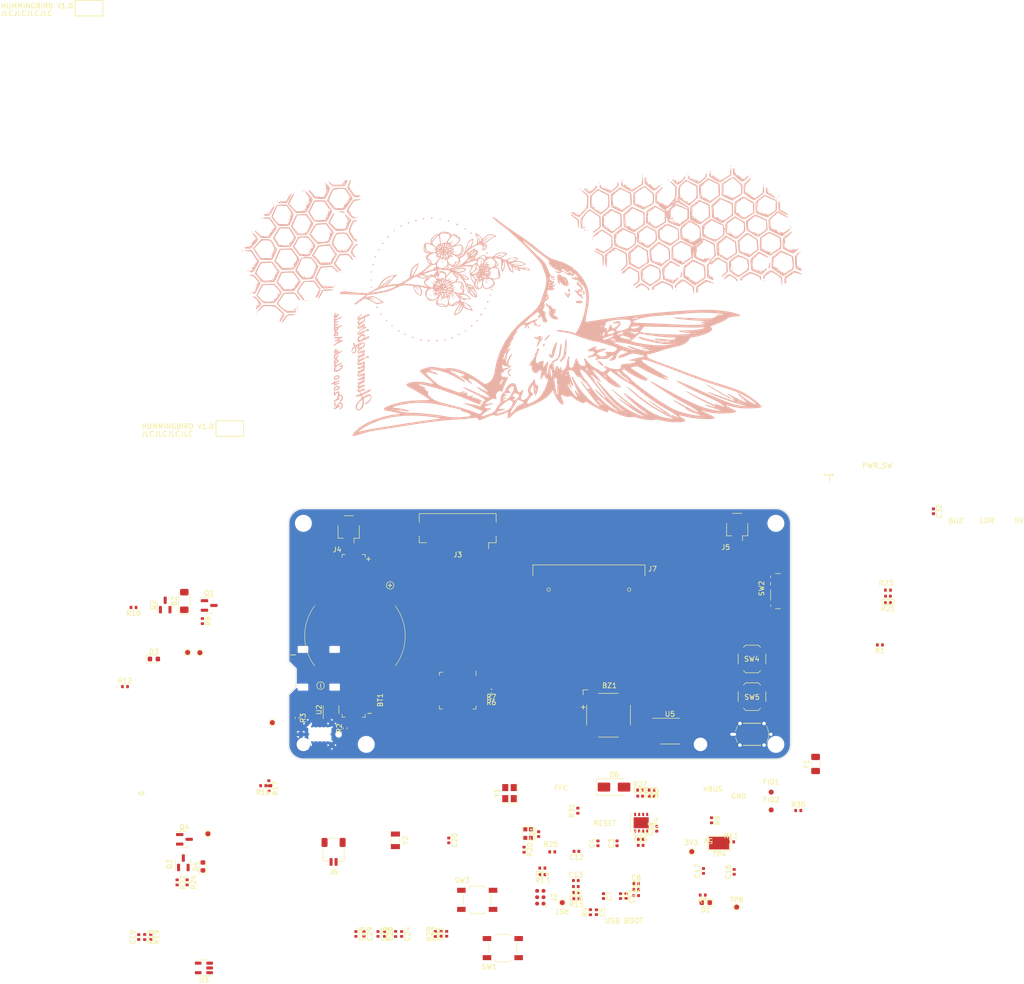
<source format=kicad_pcb>
(kicad_pcb (version 20221018) (generator pcbnew)
  (layers (0 "F.Cu" signal) (31 "B.Cu" signal) (34 "B.Paste" user) (35 "F.Paste" user) (36 "B.SilkS" user "B.Silkscreen") (37 "F.SilkS" user "F.Silkscreen") (38 "B.Mask" user) (39 "F.Mask" user) (44 "Edge.Cuts" user))
  (net 0 "")
  (net 1 "+3V3")
  (net 2 "GND")
  (net 3 "Net-(BT1-+)")
  (net 4 "+5V")
  (net 5 "BUTTON_0")
  (net 6 "BUTTON_1")
  (net 7 "Net-(J6-Pin_2)")
  (net 8 "GPIO26_ADC0_LDR")
  (net 9 "Net-(D3-A)")
  (net 10 "Net-(D4-A)")
  (net 11 "Net-(F1-Pad1)")
  (net 12 "VBUS")
  (net 13 "PPS")
  (net 14 "GPIO11")
  (net 15 "GPIO2")
  (net 16 "GPIO3")
  (net 17 "Net-(R1-Pad1)")
  (net 18 "I2C_SDA")
  (net 19 "I2C_SCL")
  (net 21 "PWR_OFF_SW_N")
  (net 23 "GPIO4")
  (net 24 "GPIO5")
  (net 25 "WS2812_RGB_LED")
  (net 26 "GPIO6")
  (net 27 "GPIO7")
  (net 28 "GPIO8")
  (net 29 "GPIO9")
  (net 30 "GPIO10")
  (net 31 "GPIO27_ADC1")
  (net 32 "GPIO28_ADC2")
  (net 33 "Net-(J1-CC1)")
  (net 35 "Net-(J1-CC2)")
  (net 37 "/CONNS & PERIPHERALS/BUZZER_HIGH")
  (net 38 "/CONNS & PERIPHERALS/BUZZER_LOW")
  (net 39 "/RP2040 & USB/~{RESET}")
  (net 40 "Net-(U1-VREG_VOUT)")
  (net 41 "Net-(U1-XIN)")
  (net 42 "Net-(U1-XOUT)")
  (net 43 "/CONNS & PERIPHERALS/OLED_RST")
  (net 44 "Net-(J7-Pin_27)")
  (net 45 "Net-(J7-Pin_3)")
  (net 46 "Net-(J7-Pin_2)")
  (net 47 "Net-(J7-Pin_5)")
  (net 48 "Net-(J7-Pin_4)")
  (net 49 "Net-(J7-Pin_28)")
  (net 50 "Net-(D1-A)")
  (net 51 "Net-(D2-K)")
  (net 52 "Net-(D2-A)")
  (net 53 "/CONNS & PERIPHERALS/WS2812_DOUT")
  (net 54 "/RP2040 & USB/USB_D-")
  (net 55 "/RP2040 & USB/USB_D+")
  (net 56 "/RP2040 & USB/PROG1")
  (net 58 "Net-(Q3-G)")
  (net 59 "Net-(Q4-D)")
  (net 60 "/RP2040 & USB/GPIO25_LED")
  (net 61 "/RP2040 & USB/D-")
  (net 62 "/RP2040 & USB/D+")
  (net 63 "/RP2040 & USB/~{QSPI_CS}")
  (net 64 "/RP2040 & USB/USBBOOT")
  (net 66 "/RP2040 & USB/PROG2")
  (net 67 "Net-(R18-Pad1)")
  (net 68 "Net-(D5-DIN)")
  (net 69 "Net-(R24-Pad1)")
  (net 70 "Net-(J7-Pin_26)")
  (net 71 "/RP2040 & USB/UART0_TX")
  (net 72 "/RP2040 & USB/UART0_RX")
  (net 74 "/RP2040 & USB/QSPI_SD1")
  (net 75 "/RP2040 & USB/QSPI_SD2")
  (net 76 "/RP2040 & USB/QSPI_SD0")
  (net 77 "Net-(U5-X1)")
  (net 78 "Net-(U5-X2)")
  (net 79 "/RP2040 & USB/SWCLK")
  (net 80 "/RP2040 & USB/SWDIO")
  (net 81 "GPIO12_PPS")
  (net 82 "GPIO13_WS2812_RGB_LED")
  (net 83 "GPIO14_BUTTON_0")
  (net 84 "GPIO15_BUTTON_1")
  (net 85 "GPIO18")
  (net 86 "GPIO19")
  (net 87 "GPIO20")
  (net 88 "GPIO21")
  (net 89 "GPIO22")
  (net 90 "GPIO23")
  (net 91 "GPIO24")
  (net 92 "GPIO29_ADC3")
  (net 93 "/RP2040 & USB/QSPI_SD3")
  (net 94 "/RP2040 & USB/QSPI_SCLK")
  (footprint "Button_Switch_SMD:SW_SPST_TL3342" (layer "F.Cu") (at 87.575 177.95)
    (fp_text reference "SW3")
    (fp_text value "TS-1187A-B-A-B")
  )
  (footprint "Resistor_SMD:R_0402_1005Metric" (layer "F.Cu") (at 122.29 156.1 180)
    (fp_text reference "R28")
    (fp_text value "10k")
  )
  (footprint "stride_footprints:WS2812B-2020" (layer "F.Cu") (at 97.7 164.7625 -90)
    (fp_text reference "D5" hide)
    (fp_text value "WS2812B-2020" hide)
  )
  (footprint "Resistor_SMD:R_0402_1005Metric" (layer "F.Cu") (at 90.4 137.5 180)
    (fp_text reference "R6")
    (fp_text value "22")
  )
  (footprint "Connector_JST:JST_SH_SM02B-SRSS-TB_1x02-1MP_P1.00mm_Horizontal" (layer "F.Cu") (at 59 168.4 180)
    (fp_text reference "J6")
    (fp_text value "5V")
  )
  (footprint "stride_footprints:R_0402_1005Metric_3pad" (layer "F.Cu") (at 46.125 154.735 -90)
    (fp_text reference "R17")
    (fp_text value "0")
  )
  (footprint "Capacitor_SMD:C_0402_1005Metric" (layer "F.Cu") (at 119.2 174.7)
    (fp_text reference "C8")
    (fp_text value "1u")
  )
  (footprint "Resistor_SMD:R_0402_1005Metric" (layer "F.Cu") (at 17.5 135.5)
    (fp_text reference "R12")
    (fp_text value "2.2k")
  )
  (footprint "Resistor_SMD:R_0402_1005Metric" (layer "F.Cu") (at 107.6 160.2 90)
    (fp_text reference "R31")
    (fp_text value "330k")
  )
  (footprint "stride_footprints:USB-C-16p_vertical_GT-USB-7051A" (layer "F.Cu") (at 146 145 180)
    (fp_text reference "J1" hide)
    (fp_text value "USB_C_Receptacle_USB2.0" hide)
  )
  (footprint "TestPoint:TestPoint_Pad_D1.0mm" (layer "F.Cu") (at 34 164.8 -90)
    (fp_text reference "TP2" hide)
    (fp_text value "GND")
  )
  (footprint "Resistor_SMD:R_0402_1005Metric" (layer "F.Cu") (at 71.34 184.7375 90)
    (fp_text reference "R26")
    (fp_text value "10k")
  )
  (footprint "LED_SMD:LED_0603_1608Metric" (layer "F.Cu") (at 133.05 178.5 180)
    (fp_text reference "D1")
    (fp_text value "LED")
  )
  (footprint "Resistor_SMD:R_0402_1005Metric" (layer "F.Cu") (at 96.9 167.9625 -90)
    (fp_text reference "R20")
    (fp_text value "10k")
  )
  (footprint "Capacitor_SMD:C_0402_1005Metric" (layer "F.Cu") (at 120.12 165.9)
    (fp_text reference "C14")
    (fp_text value "0.1u")
  )
  (footprint "Capacitor_SMD:C_0402_1005Metric" (layer "F.Cu") (at 138.7 172.38 90)
    (fp_text reference "C16")
    (fp_text value "4.7u")
  )
  (footprint "Resistor_SMD:R_0402_1005Metric" (layer "F.Cu") (at 138.1 166.4)
    (fp_text reference "R11")
    (fp_text value "1k")
  )
  (footprint "Capacitor_SMD:C_0402_1005Metric" (layer "F.Cu") (at 111.6 166.7 90)
    (fp_text reference "C4")
    (fp_text value "0.1u")
  )
  (footprint "Package_TO_SOT_SMD:SOT-23" (layer "F.Cu") (at 29.105 170.57 90)
    (fp_text reference "Q3")
    (fp_text value "AO3400A")
  )
  (footprint "stride_footprints:R_0402_1005Metric_3pad" (layer "F.Cu") (at 46.015 155.225 180)
    (fp_text reference "R16")
    (fp_text value "0")
  )
  (footprint "Capacitor_SMD:C_0402_1005Metric" (layer "F.Cu") (at 67.84 184.7375 -90)
    (fp_text reference "C26")
    (fp_text value "1u")
  )
  (footprint "Connector_FFC-FPC:Hirose_FH12-24S-0.5SH_1x24-1MP_P0.50mm_Horizontal" (layer "F.Cu") (at 83.7 105.55 180)
    (fp_text reference "J3")
    (fp_text value "FFC 24")
  )
  (footprint "Capacitor_SMD:C_0402_1005Metric" (layer "F.Cu") (at 112.7 177.2 -90)
    (fp_text reference "C7")
    (fp_text value "0.1u")
  )
  (footprint "Resistor_SMD:R_0402_1005Metric" (layer "F.Cu") (at 169.3 116.3)
    (fp_text reference "R23")
    (fp_text value "10k")
  )
  (footprint "Package_SO:SOIC-8_3.9x4.9mm_P1.27mm" (layer "F.Cu") (at 125.925 144.365)
    (fp_text reference "U5")
    (fp_text value "DS1307Z+")
  )
  (footprint "Resistor_SMD:R_0402_1005Metric" (layer "F.Cu") (at 79.24 184.7375 90)
    (fp_text reference "R29")
    (fp_text value "10k")
  )
  (footprint "Resistor_SMD:R_0402_1005Metric" (layer "F.Cu") (at 134.2 162.11 -90)
    (fp_text reference "R9")
    (fp_text value "10k")
  )
  (footprint "Package_TO_SOT_SMD:SOT-23" (layer "F.Cu") (at 29.325 165.9)
    (fp_text reference "Q4")
    (fp_text value "2N7002")
  )
  (footprint "Capacitor_SMD:C_0402_1005Metric" (layer "F.Cu") (at 107.2 175.3 180)
    (fp_text reference "C6")
    (fp_text value "0.1u")
  )
  (footprint "Resistor_SMD:R_0402_1005Metric" (layer "F.Cu") (at 107.3 177.7 180)
    (fp_text reference "R15")
    (fp_text value "300")
  )
  (footprint "Connector:Tag-Connect_TC2030-IDC-NL_2x03_P1.27mm_Vertical" (layer "F.Cu") (at 100.135 177.43 90)
    (fp_text reference "J2")
    (fp_text value "PROG")
  )
  (footprint "Resistor_SMD:R_0402_1005Metric" (layer "F.Cu") (at 120 156.1)
    (fp_text reference "R27")
    (fp_text value "10k")
  )
  (footprint "TestPoint:TestPoint_Pad_D1.0mm" (layer "F.Cu") (at 139.2 179.4)
    (fp_text reference "TP8")
    (fp_text value "5V")
  )
  (footprint "TestPoint:TestPoint_Pad_D1.0mm" (layer "F.Cu") (at 130.2625 168.35 180)
    (fp_text reference "TP7" hide)
    (fp_text value "3V3")
  )
  (footprint "Diode_SMD:D_SMA" (layer "F.Cu") (at 114.8 155.5)
    (fp_text reference "D6")
    (fp_text value "SS14")
  )
  (footprint "Crystal:Crystal_SMD_3225-4Pin_3.2x2.5mm" (layer "F.Cu") (at 94 156.7 90)
    (fp_text reference "Y1")
    (fp_text value "XYDBPCNANF-12MHZ")
  )
  (footprint "TestPoint:TestPoint_Pad_D1.0mm" (layer "F.Cu") (at 29.9625 128.7 90)
    (fp_text reference "TP6" hide)
    (fp_text value "5V")
  )
  (footprint "Capacitor_SMD:C_0402_1005Metric" (layer "F.Cu") (at 116.1 177.2 -90)
    (fp_text reference "C9")
    (fp_text value "0.1u")
  )
  (footprint "Capacitor_SMD:C_0402_1005Metric" (layer "F.Cu") (at 63.44 184.7375 -90)
    (fp_text reference "C28")
    (fp_text value "2.2u")
  )
  (footprint "Capacitor_SMD:C_0402_1005Metric" (layer "F.Cu") (at 120.1 167.1)
    (fp_text reference "C15")
    (fp_text value "0.1u")
  )
  (footprint "Capacitor_SMD:C_0402_1005Metric" (layer "F.Cu") (at 81.5 184.7075 90)
    (fp_text reference "C31")
    (fp_text value "4.7u")
  )
  (footprint "Capacitor_SMD:C_0402_1005Metric" (layer "F.Cu") (at 119.2 177.1)
    (fp_text reference "C2")
    (fp_text value "1u")
  )
  (footprint "TestPoint:TestPoint_Pad_D1.0mm" (layer "F.Cu") (at 32.4 128.75 180)
    (fp_text reference "TP5" hide)
    (fp_text value "5V")
  )
  (footprint "Fiducial:Fiducial_1mm_Mask2mm" (layer "F.Cu") (at 146.0675 156.5)
    (fp_text reference "FID1")
    (fp_text value "Fiducial")
  )
  (footprint "stride_footprints:JLC_Tooling_Hole" (layer "F.Cu") (at 148.9185 157.953)
    (fp_text reference "H2" hide)
    (fp_text value "Tooling_Hole_JLC")
  )
  (footprint "Capacitor_SMD:C_0402_1005Metric" (layer "F.Cu") (at 80.4 184.7075 90)
    (fp_text reference "C27")
    (fp_text value "1u")
  )
  (footprint "Capacitor_SMD:C_0402_1005Metric" (layer "F.Cu") (at 69.14 184.7375 -90)
    (fp_text reference "C23")
    (fp_text value "0.1u")
  )
  (footprint "Capacitor_SMD:C_0402_1005Metric" (layer "F.Cu") (at 123.3 163.8 90)
    (fp_text reference "C18")
    (fp_text value "1u")
  )
  (footprint "TestPoint:TestPoint_Pad_D1.0mm" (layer "F.Cu") (at 104.5 178.5 180)
    (fp_text reference "TP3" hide)
    (fp_text value "RST")
  )
  (footprint "MountingHole:MountingHole_2.7mm_M2.5" (layer "F.Cu") (at 53 147 90)
    (fp_text reference "H5" hide)
    (fp_text value "Mounting_Hole")
  )
  (footprint "Package_SON:WSON-8-1EP_4x4mm_P0.8mm_EP2.2x3mm" (layer "F.Cu") (at 120.2 162.6 -90)
    (fp_text reference "U4")
    (fp_text value "W25Q64JV")
  )
  (footprint "Capacitor_SMD:C_0402_1005Metric" (layer "F.Cu") (at 72.54 184.7375 -90)
    (fp_text reference "C24")
    (fp_text value "1u")
  )
  (footprint "Resistor_SMD:R_0402_1005Metric" (layer "F.Cu") (at 169.29 118.8 180)
    (fp_text reference "R21")
    (fp_text value "10k")
  )
  (footprint "Capacitor_SMD:C_0402_1005Metric" (layer "F.Cu") (at 65.04 184.7375 -90)
    (fp_text reference "C29")
    (fp_text value "1u")
  )
  (footprint "Capacitor_SMD:C_0402_1005Metric" (layer "F.Cu") (at 107.2 174.1)
    (fp_text reference "C13")
    (fp_text value "10p")
  )
  (footprint "Resistor_SMD:R_0402_1005Metric" (layer "F.Cu") (at 19.2 119.75 180)
    (fp_text reference "R10")
    (fp_text value "100k")
  )
  (footprint "Capacitor_SMD:C_0402_1005Metric" (layer "F.Cu") (at 81.924 166.11 -90)
    (fp_text reference "C20")
    (fp_text value "1u")
  )
  (footprint "Resistor_SMD:R_0402_1005Metric" (layer "F.Cu") (at 22.625 185.35 -90)
    (fp_text reference "R19")
    (fp_text value "120")
  )
  (footprint "Connector_JST:JST_SH_SM02B-SRSS-TB_1x02-1MP_P1.00mm_Horizontal" (layer "F.Cu") (at 62 104.175 180)
    (fp_text reference "J4")
    (fp_text value "5V")
  )
  (footprint "MountingHole:MountingHole_2.7mm_M2.5" (layer "F.Cu") (at 147 103)
    (fp_text reference "H6" hide)
    (fp_text value "Mounting_Hole")
  )
  (footprint "Capacitor_SMD:C_0402_1005Metric" (layer "F.Cu") (at 107.2 176.5 180)
    (fp_text reference "C10")
    (fp_text value "0.1u")
  )
  (footprint "Capacitor_SMD:C_0402_1005Metric" (layer "F.Cu") (at 119.2 175.9)
    (fp_text reference "C1")
    (fp_text value "10u")
  )
  (footprint "Package_TO_SOT_SMD:SOT-23-6" (layer "F.Cu") (at 58.5 140.1 90)
    (fp_text reference "U2")
    (fp_text value "SRV05-4")
  )
  (footprint "Resistor_SMD:R_0402_1005Metric" (layer "F.Cu") (at 27.875 174.47 -90)
    (fp_text reference "R22")
    (fp_text value "51")
  )
  (footprint "Resistor_SMD:R_0402_1005Metric" (layer "F.Cu") (at 100.535 172.93 180)
    (fp_text reference "R13")
    (fp_text value "4.7k")
  )
  (footprint "Resistor_SMD:R_0402_1005Metric" (layer "F.Cu") (at 102.51 168.4)
    (fp_text reference "R25")
    (fp_text value "10k")
  )
  (footprint "Resistor_SMD:R_0402_1005Metric" (layer "F.Cu") (at 167.7 127.2 180)
    (fp_text reference "R1")
    (fp_text value "1k")
  )
  (footprint "Resistor_SMD:R_0402_1005Metric" (layer "F.Cu") (at 110.1 180.41 90)
    (fp_text reference "R4")
    (fp_text value "10k")
  )
  (footprint "Fiducial:Fiducial_1mm_Mask2mm" (layer "F.Cu") (at 146.0675 160.05)
    (fp_text reference "FID2")
    (fp_text value "Fiducial")
  )
  (footprint "Capacitor_SMD:C_0402_1005Metric" (layer "F.Cu") (at 169.3 117.5 180)
    (fp_text reference "C22")
    (fp_text value "10u")
  )
  (footprint "Resistor_SMD:R_0402_1005Metric" (layer "F.Cu") (at 132.45 177 180)
    (fp_text reference "R5")
    (fp_text value "2.2k")
  )
  (footprint "stride_footprints:Q&J_CR2032-BS-6-1" (layer "F.Cu") (at 63.1 125 90)
    (fp_text reference "BT1")
    (fp_text value "CR2032")
  )
  (footprint "Package_TO_SOT_SMD:SOT-23" (layer "F.Cu") (at 34.25 119.35)
    (fp_text reference "Q1")
    (fp_text value "AO3401A")
  )
  (footprint "TestPoint:TestPoint_Pad_D1.0mm" (layer "F.Cu") (at 46.8122 142.6718 -90)
    (fp_text reference "TP1" hide)
    (fp_text value "VBUS")
  )
  (footprint "Button_Switch_SMD:SW_SPST_TL3342" (layer "F.Cu") (at 92.675 187.55 180)
    (fp_text reference "SW1")
    (fp_text value "TS-1187A-B-A-B")
  )
  (footprint "Buzzer_Beeper:MagneticBuzzer_CUI_CMT-8504-100-SMT" (layer "F.Cu") (at 113.7 141.2)
    (fp_text reference "BZ1")
    (fp_text value "CMT-8504-100-SMT-TR")
  )
  (footprint "LED_SMD:LED_0603_1608Metric" (layer "F.Cu") (at 33 171.3 90)
    (fp_text reference "D4")
    (fp_text value "LED")
  )
  (footprint "stride_footprints:OLED-128O064D_edit_reverse_v2" (layer "F.Cu") (at 109.8 112.435 180)
    (fp_text reference "J7")
    (fp_text value "OLED")
  )
  (footprint "Capacitor_SMD:C_0402_1005Metric" (layer "F.Cu") (at 111.3 180.41 -90)
    (fp_text reference "C5")
    (fp_text value "0.1u")
  )
  (footprint "Resistor_SMD:R_0402_1005Metric" (layer "F.Cu") (at 61.3 143.8 90)
    (fp_text reference "R2")
    (fp_text value "5.1k")
  )
  (footprint "Fuse:Fuse_1206_3216Metric" (layer "F.Cu") (at 154.9 150.9 90)
    (fp_text reference "F1")
    (fp_text value "12V 3A")
  )
  (footprint "stride_footprints:ronghe_RH-5016_C5199799" (layer "F.Cu") (at 135.8 166.4 180)
    (fp_text reference "TP4")
    (fp_text value "GND CLIP")
  )
  (footprint "Package_TO_SOT_SMD:SOT-23" (layer "F.Cu") (at 25.5 119.25 90)
    (fp_text reference "Q2")
    (fp_text value "AO3401A")
  )
  (footprint "Connector_JST:JST_SH_SM02B-SRSS-TB_1x02-1MP_P1.00mm_Horizontal" (layer "F.Cu") (at 139.3 103.7 180)
    (fp_text reference "J5")
    (fp_text value "5V")
  )
  (footprint "Resistor_SMD:R_0402_1005Metric" (layer "F.Cu") (at 29.865 174.47 -90)
    (fp_text reference "R24")
    (fp_text value "1k")
  )
  (footprint "Capacitor_SMD:C_0402_1005Metric" (layer "F.Cu") (at 99.8 164.8625 90)
    (fp_text reference "C21")
    (fp_text value "1u")
  )
  (footprint "Capacitor_SMD:C_0402_1005Metric" (layer "F.Cu") (at 117.2 177.2 -90)
    (fp_text reference "C11")
    (fp_text value "0.1u")
  )
  (footprint "MountingHole:MountingHole_2.7mm_M2.5" (layer "F.Cu") (at 53 103)
    (fp_text reference "H4" hide)
    (fp_text value "Mounting_Hole")
  )
  (footprint "LED_SMD:LED_0603_1608Metric" (layer "F.Cu") (at 23.25 130)
    (fp_text reference "D3")
    (fp_text value "LED")
  )
  (footprint "Resistor_SMD:R_0402_1005Metric" (layer "F.Cu") (at 21.425 185.35 -90)
    (fp_text reference "R18")
    (fp_text value "1k")
  )
  (footprint "stride_footprints:JLC_Tooling_Hole" (layer "F.Cu") (at 148.9185 155.801)
    (fp_text reference "H1" hide)
    (fp_text value "Tooling_Hole_JLC")
  )
  (footprint "Diode_SMD:D_MiniMELF" (layer "F.Cu") (at 29.3 118.45 90)
    (fp_text reference "D2")
    (fp_text value "5.6V")
  )
  (footprint "Resistor_SMD:R_0402_1005Metric" (layer "F.Cu") (at 151.4475 160.17)
    (fp_text reference "R30")
    (fp_text value "1k")
  )
  (footprint "stride_footprints:SSSS811101" (layer "F.Cu") (at 147.4 116.5 90)
    (fp_text reference "SW2")
    (fp_text value "SSSS811101")
  )
  (footprint "Resistor_SMD:R_0402_1005Metric" (layer "F.Cu") (at 100.535 171.63 180)
    (fp_text reference "R14")
    (fp_text value "4.7k")
  )
  (footprint "Capacitor_SMD:C_0402_1005Metric" (layer "F.Cu") (at 115.4 166.7 90)
    (fp_text reference "C3")
    (fp_text value "0.1u")
  )
  (footprint "stride_footprints:QFN-56_EP_7x7_Pitch0.4mm" (layer "F.Cu") (at 83.7 136.3 -90)
    (fp_text reference "U1" hide)
    (fp_text value "RP2040")
  )
  (footprint "Capacitor_SMD:C_0402_1005Metric" (layer "F.Cu") (at 122.29 157.3)
    (fp_text reference "C25")
    (fp_text value "0.1u")
  )
  (footprint "MountingHole:MountingHole_2.7mm_M2.5" (layer "F.Cu") (at 132 147)
    (fp_text reference "H7" hide)
    (fp_text value "Mounting_Hole")
  )
  (footprint "Capacitor_SMD:C_0402_1005Metric" (layer "F.Cu") (at 107.32 168.3 180)
    (fp_text reference "C12")
    (fp_text value "10p")
  )
  (footprint "Crystal:Crystal_SMD_3215-2Pin_3.2x1.5mm" (layer "F.Cu") (at 71.3 166.1 -90)
    (fp_text reference "Y2")
    (fp_text value "32.768kHz")
  )
  (footprint "stride_footprints:JLC_Tooling_Hole" (layer "F.Cu") (at 148.9185 160.105)
    (fp_text reference "H3" hide)
    (fp_text value "Tooling_Hole_JLC")
  )
  (footprint "Package_TO_SOT_SMD:SOT-23-5" (layer "F.Cu") (at 33.2 191.5 180)
    (fp_text reference "U3")
    (fp_text value "RT9080-33GJ5")
  )
  (footprint "Capacitor_SMD:C_0402_1005Metric" (layer "F.Cu") (at 132.6 172.2 90)
    (fp_text reference "C17")
    (fp_text value "4.7u")
  )
  (footprint "Capacitor_SMD:C_0402_1005Metric" (layer "F.Cu") (at 120 157.3)
    (fp_text reference "C30")
    (fp_text value "1u")
  )
  (footprint "Resistor_SMD:R_0402_1005Metric" (layer "F.Cu") (at 51.75 141.75 -90)
    (fp_text reference "R3")
    (fp_text value "5.1k")
  )
  (footprint "Button_Switch_SMD:SW_SPST_TL3342" (layer "F.Cu") (at 142.25 130 180)
    (fp_text reference "SW4")
    (fp_text value "TS-1187A-B-A-B")
  )
  (footprint "Button_Switch_SMD:SW_SPST_TL3342" (layer "F.Cu") (at 142.25 137.5 180)
    (fp_text reference "SW5")
    (fp_text value "TS-1187A-B-A-B")
  )
  (footprint "Capacitor_SMD:C_0402_1005Metric" (layer "F.Cu") (at 20.225 185.35 90)
    (fp_text reference "C19")
    (fp_text value "0.1u")
  )
  (footprint "Resistor_SMD:R_0402_1005Metric" (layer "F.Cu") (at 32.9 122.46 -90)
    (fp_text reference "R8")
    (fp_text value "100k")
  )
  (footprint "Resistor_SMD:R_0402_1005Metric" (layer "F.Cu") (at 90.4 136.4 180)
    (fp_text reference "R7")
    (fp_text value "22")
  )
  (footprint "Capacitor_SMD:C_0402_1005Metric" (layer "F.Cu") (at 178.35 100.6 -90)
    (fp_text reference "C32")
    (fp_text value "0.1u")
  )
  (footprint "silk:subtitle" (layer "B.Cu") (at 59.8 70.6 90)
    (fp_text reference "G***" hide)
    (fp_text value "LOGO" hide)
  )
  (footprint "silk:title" (layer "B.Cu") (at 64.6 70.8 90)
    (fp_text reference "G***" hide)
    (fp_text value "LOGO" hide)
  )
  (footprint "silk:comb" (layer "B.Cu") (at 120.638024 45.712615 -155)
    (fp_text reference "G***" hide)
    (fp_text value "LOGO" hide)
  )
  (footprint "silk:flower" (layer "B.Cu") (at 79.3 54.3 100)
    (fp_text reference "G***")
    (fp_text value "LOGO" hide)
  )
  (footprint "silk:hummingbird" (layer "B.Cu") (at 99.2 67.7 110)
    (fp_text reference "G***" hide)
    (fp_text value "LOGO" hide)
  )
  (footprint "silk:comb" (layer "B.Cu") (at 52.912615 48.561976 -65)
    (fp_text reference "G***" hide)
    (fp_text value "LOGO" hide)
  )
  (footprint "silk:comb" (layer "B.Cu") (at 138.2 43.9 -155)
    (fp_text reference "G***" hide)
    (fp_text value "LOGO" hide)
  )
  (gr_line (start 158.4 93.35) (end 156.626 93.35) (stroke (width 0.15)) (layer "F.SilkS"))
  (gr_line (start 156.776 93.15) (end 156.576 93.35) (stroke (width 0.15)) (layer "F.SilkS"))
  (gr_line (start 156.576 93.35) (end 156.776 93.55) (stroke (width 0.15)) (layer "F.SilkS"))
  (gr_rect (start 35.6 82.6) (end 41.1 85.7) (stroke (width 0.15)) (fill none) (layer "F.SilkS"))
  (gr_rect (start 7.6 -1.1) (end 13.1 2) (stroke (width 0.15)) (fill none) (layer "F.SilkS"))
  (gr_line (start 157.7 94.7) (end 157.7 93.4) (stroke (width 0.15)) (layer "F.SilkS"))
  (gr_line (start 158.4 93.35) (end 158.2 93.55) (stroke (width 0.15)) (layer "F.SilkS"))
  (gr_line (start 158.4 93.35) (end 158.2 93.15) (stroke (width 0.15)) (layer "F.SilkS"))
  (gr_line locked (start 150 147) (end 150 103) (stroke (width 0.1)) (layer "Edge.Cuts"))
  (gr_line (start 50 137.1) (end 51.5 135.6) (stroke (width 0.1)) (layer "Edge.Cuts"))
  (gr_arc (start 53 150) (mid 50.87868 149.12132) (end 50 147) (stroke (width 0.1)) (layer "Edge.Cuts"))
  (gr_line (start 51.5 132) (end 51.5 135.6) (stroke (width 0.1)) (layer "Edge.Cuts"))
  (gr_line (start 50 137.1) (end 50 147) (stroke (width 0.1)) (layer "Edge.Cuts"))
  (gr_arc locked (start 150 147) (mid 149.12132 149.12132) (end 147 150) (stroke (width 0.1)) (layer "Edge.Cuts"))
  (gr_line (start 53 150) (end 147 150) (stroke (width 0.1)) (layer "Edge.Cuts"))
  (gr_line (start 147 100) (end 53 100) (stroke (width 0.1)) (layer "Edge.Cuts"))
  (gr_arc (start 147 100) (mid 149.12132 100.87868) (end 150 103) (stroke (width 0.1)) (layer "Edge.Cuts"))
  (gr_line (start 51.5 132) (end 50 130.5) (stroke (width 0.1)) (layer "Edge.Cuts"))
  (gr_arc (start 50 103) (mid 50.87868 100.87868) (end 53 100) (stroke (width 0.1)) (layer "Edge.Cuts"))
  (gr_line (start 50 103) (end 50 130.5) (stroke (width 0.1)) (layer "Edge.Cuts"))
  (gr_text "3V3" (at 130.1625 166.55) (layer "F.SilkS") (effects (font (size 1 1))))
  (gr_text "HUMMINGBIRD V1.0" (at 0 0) (layer "F.SilkS") (effects (font (size 1 1))))
  (gr_text "RST" (at 104.5 180.2 180) (layer "F.SilkS") (effects (font (size 1 1))))
  (gr_text "JLCJLCJLCJLC" (at -2.1 1.5) (layer "F.SilkS") (effects (font (size 1 1))))
  (gr_text "0" (at 20.725 156.75 -90) (layer "F.SilkS") (effects (font (size 1 1))))
  (gr_text "5V" (at 195.358 102.464) (layer "F.SilkS") (effects (font (size 1 1))))
  (gr_text "JLCJLCJLCJLC" (at 25.9 85.2) (layer "F.SilkS") (effects (font (size 1 1))))
  (gr_text "GND" (at 139.6 157.3) (layer "F.SilkS") (effects (font (size 1 1))))
  (gr_text "VBUS" (at 134.5 155.9) (layer "F.SilkS") (effects (font (size 1 1))))
  (gr_text "RESET" (at 113 162.7) (layer "F.SilkS") (effects (font (size 1 1))))
  (gr_text "5V" (at 133.6 166.2 180) (layer "F.SilkS") (effects (font (size 1 1))))
  (gr_text "HUMMINGBIRD V1.0" (at 28 83.7) (layer "F.SilkS") (effects (font (size 1 1))))
  (gr_text "FFC" (at 104.268 155.698) (layer "F.SilkS") (effects (font (size 1 1))))
  (gr_text "I" (at 50.91 129.188 -90) (layer "F.SilkS") (effects (font (size 1 1))))
  (gr_text "LDR" (at 189.008 102.464) (layer "F.SilkS") (effects (font (size 1 1))))
  (gr_text "USB BOOT" (at 116.8 182.1) (layer "F.SilkS") (effects (font (size 1 1))))
  (gr_text "PWR_SW" (at 167.2 91.5) (layer "F.SilkS") (effects (font (size 1 1))))
  (gr_text "BUZ" (at 182.8 102.5) (layer "F.SilkS") (effects (font (size 1 1))))
  (segment (start 91.32665 137.08335) (end 90.91 137.5) (width 0.127) (layer "F.Cu") (net 54))
  (segment (start 93.195236 137.08335) (end 91.32665 137.08335) (width 0.127) (layer "F.Cu") (net 54))
  (segment (start 93.084764 136.81665) (end 91.32665 136.81665) (width 0.127) (layer "F.Cu") (net 55))
  (segment (start 91.32665 136.81665) (end 90.91 136.4) (width 0.127) (layer "F.Cu") (net 55))
  (zone locked (net 2) (net_name "GND") (layer "B.Cu") (connect_pads thru_hole_only (clearance 0)) (min_thickness 0.35) (fill yes (thermal_gap 0.3) (thermal_bridge_width 0.75))
    (polygon (pts (xy 50 99.9) (xy 150 100) (xy 150.1 150.1) (xy 50 150)))
  )
)
</source>
